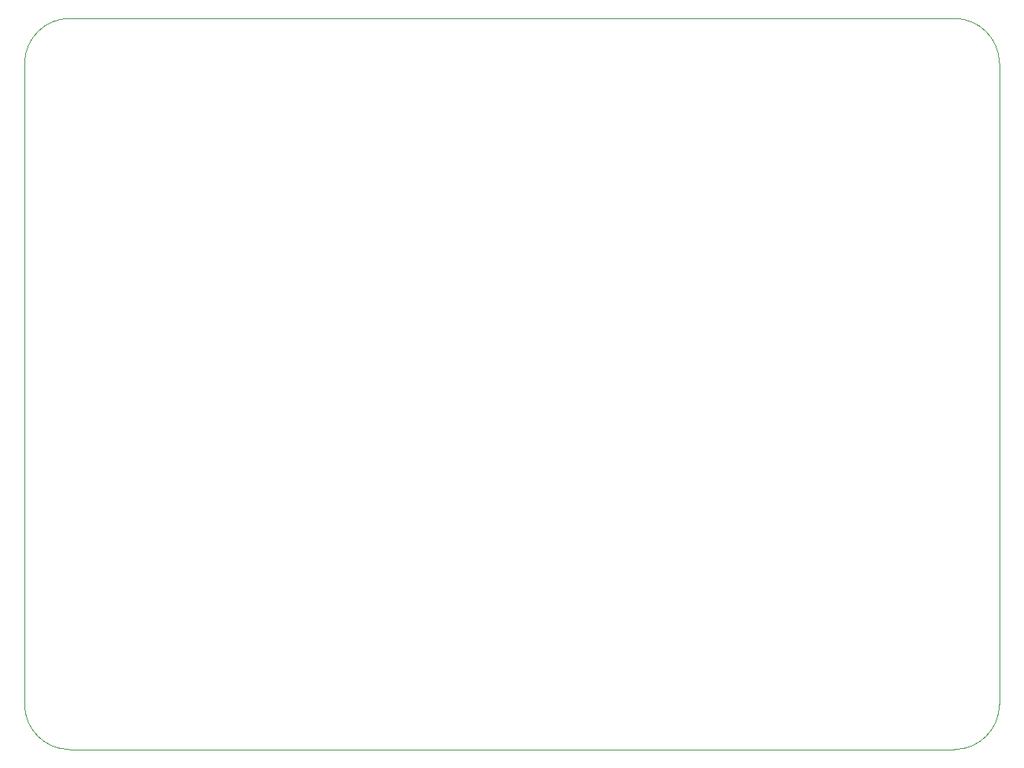
<source format=gbr>
%TF.GenerationSoftware,KiCad,Pcbnew,5.1.6-c6e7f7d~86~ubuntu18.04.1*%
%TF.CreationDate,2020-05-26T14:20:14+02:00*%
%TF.ProjectId,moeder_milda_v01,6d6f6564-6572-45f6-9d69-6c64615f7630,rev?*%
%TF.SameCoordinates,Original*%
%TF.FileFunction,Profile,NP*%
%FSLAX46Y46*%
G04 Gerber Fmt 4.6, Leading zero omitted, Abs format (unit mm)*
G04 Created by KiCad (PCBNEW 5.1.6-c6e7f7d~86~ubuntu18.04.1) date 2020-05-26 14:20:14*
%MOMM*%
%LPD*%
G01*
G04 APERTURE LIST*
%TA.AperFunction,Profile*%
%ADD10C,0.050000*%
%TD*%
G04 APERTURE END LIST*
D10*
X32000000Y-21000000D02*
G75*
G02*
X37000000Y-16000000I5000000J0D01*
G01*
X37000000Y-97000000D02*
G75*
G02*
X32000000Y-92000000I0J5000000D01*
G01*
X140000000Y-92000000D02*
G75*
G02*
X135000000Y-97000000I-5000000J0D01*
G01*
X135000000Y-16000000D02*
G75*
G02*
X140000000Y-21000000I0J-5000000D01*
G01*
X32000000Y-92000000D02*
X32000000Y-21000000D01*
X135000000Y-97000000D02*
X37000000Y-97000000D01*
X140000000Y-21000000D02*
X140000000Y-92000000D01*
X37000000Y-16000000D02*
X135000000Y-16000000D01*
M02*

</source>
